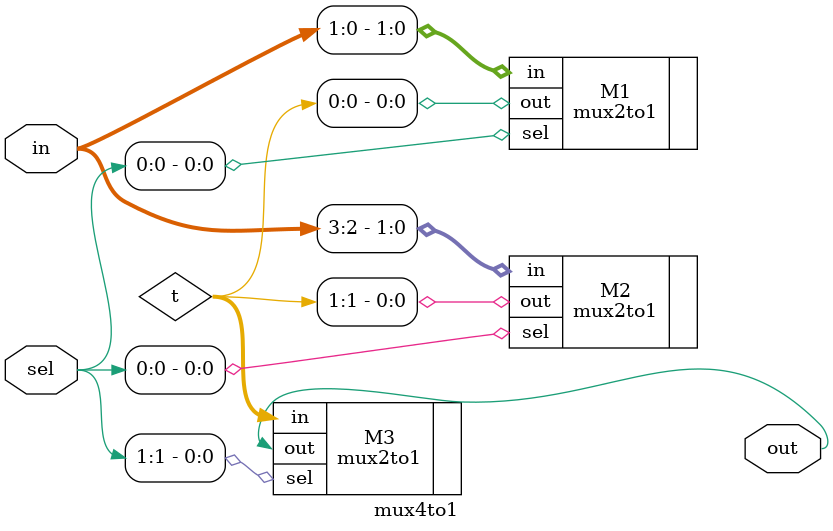
<source format=v>
module mux4to1( in , sel, out);
    input [3:0] in;
    input [1:0] sel;
    output out;
    wire [1:0] t;
  
  	mux2to1 M1 (.in(in[1:0]),   .sel(sel[0]), .out(t[0]));
  mux2to1 M2 (.in(in[3:2]),   .sel(sel[0]), .out(t[1]));
  
  	mux2to1 M3 (.in(t), .sel(sel[1]), .out(out));
	
endmodule
</source>
